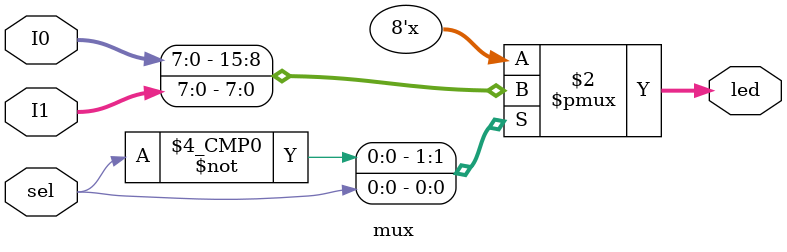
<source format=v>
`timescale 1ns / 1ps


module mux(

   input [7:0] I0, 
   input[7:0] I1,
   input sel, 
   output reg [7:0] led
   
);

always @(I0, I1, sel) begin
case (sel)
1'd0: led<=I0;
1'd1: led<=I1;
endcase
end
    
endmodule

</source>
